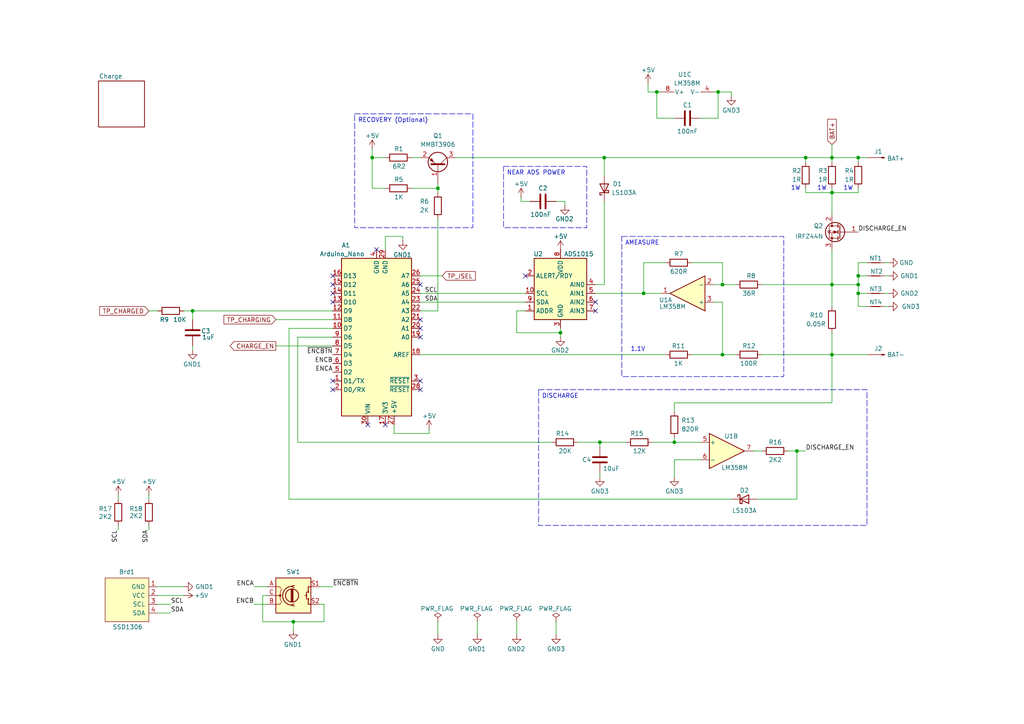
<source format=kicad_sch>
(kicad_sch (version 20250114) (generator "eeschema") (generator_version "9.0")
  (paper "A4")
  (title_block (title "Lithium battery doctor") (date "2024-10-10") (rev "1") (comment 1 "Modified by GMagician") (comment 2 "Original project by Akos Boda"))
  (lib_symbols
    (symbol "+5V_2" (power) (pin_numbers (hide yes)) (pin_names (offset 0) (hide yes))
      (property "Value" "+5V" (at 0 3.556 0))
      (symbol "+5V_2_0_1"
        (polyline (pts (xy -0.762 1.27) (xy 0 2.54)))
        (polyline (pts (xy 0 2.54) (xy 0.762 1.27)))
        (polyline (pts (xy 0 0) (xy 0 2.54)))
      )
      (symbol "+5V_2_1_1"
        (pin power_in line (at 0 0 90) (length 0) (name "~") (number "1"))
      )
    )
    (symbol "+5V_3" (power) (pin_numbers (hide yes)) (pin_names (offset 0) (hide yes))
      (property "Value" "+5V" (at 0 3.556 0))
      (symbol "+5V_3_0_1"
        (polyline (pts (xy -0.762 1.27) (xy 0 2.54)))
        (polyline (pts (xy 0 2.54) (xy 0.762 1.27)))
        (polyline (pts (xy 0 0) (xy 0 2.54)))
      )
      (symbol "+5V_3_1_1"
        (pin power_in line (at 0 0 90) (length 0) (name "~") (number "1"))
      )
    )
    (symbol "+5V_4" (power) (pin_numbers (hide yes)) (pin_names (offset 0) (hide yes))
      (property "Value" "+5V" (at 0 3.556 0))
      (symbol "+5V_4_0_1"
        (polyline (pts (xy -0.762 1.27) (xy 0 2.54)))
        (polyline (pts (xy 0 2.54) (xy 0.762 1.27)))
        (polyline (pts (xy 0 0) (xy 0 2.54)))
      )
      (symbol "+5V_4_1_1"
        (pin power_in line (at 0 0 90) (length 0) (name "~") (number "1"))
      )
    )
    (symbol "+5V_5" (power) (pin_numbers (hide yes)) (pin_names (offset 0) (hide yes))
      (property "Value" "+5V" (at 0 3.556 0))
      (symbol "+5V_5_0_1"
        (polyline (pts (xy -0.762 1.27) (xy 0 2.54)))
        (polyline (pts (xy 0 2.54) (xy 0.762 1.27)))
        (polyline (pts (xy 0 0) (xy 0 2.54)))
      )
      (symbol "+5V_5_1_1"
        (pin power_in line (at 0 0 90) (length 0) (name "~") (number "1"))
      )
    )
    (symbol "+5V_6" (power) (pin_numbers (hide yes)) (pin_names (offset 0) (hide yes))
      (property "Value" "+5V" (at 0 3.556 0))
      (symbol "+5V_6_0_1"
        (polyline (pts (xy -0.762 1.27) (xy 0 2.54)))
        (polyline (pts (xy 0 2.54) (xy 0.762 1.27)))
        (polyline (pts (xy 0 0) (xy 0 2.54)))
      )
      (symbol "+5V_6_1_1"
        (pin power_in line (at 0 0 90) (length 0) (name "~") (number "1"))
      )
    )
    (symbol "Amplifier_Operational:LM358" (pin_names (offset 0.127))
      (property "Reference" "U" (at 0 5.08 0))
      (property "Value" "LM358" (at 0 -5.08 0))
      (symbol "LM358_1_1"
        (polyline (pts (xy -5.08 5.08) (xy 5.08 0) (xy -5.08 -5.08) (xy -5.08 5.08)) (stroke (width 0.254)) (fill (type background)))
        (pin input line (at -7.62 2.54 0) (length 2.54) (name "+") (number "3"))
        (pin input line (at -7.62 -2.54 0) (length 2.54) (name "-") (number "2"))
        (pin output line (at 7.62 0 180) (length 2.54) (name "~") (number "1"))
      )
      (symbol "LM358_2_1"
        (polyline (pts (xy -5.08 5.08) (xy 5.08 0) (xy -5.08 -5.08) (xy -5.08 5.08)) (stroke (width 0.254)) (fill (type background)))
        (pin input line (at -7.62 2.54 0) (length 2.54) (name "+") (number "5"))
        (pin input line (at -7.62 -2.54 0) (length 2.54) (name "-") (number "6"))
        (pin output line (at 7.62 0 180) (length 2.54) (name "~") (number "7"))
      )
      (symbol "LM358_3_1"
        (pin power_in line (at -2.54 7.62 270) (length 3.81) (name "V+") (number "8"))
        (pin power_in line (at -2.54 -7.62 90) (length 3.81) (name "V-") (number "4"))
      )
    )
    (symbol "Analog_ADC:ADS1015IDGS"
      (property "Reference" "U" (at 2.54 13.97 0))
      (property "Value" "ADS1015IDGS" (at 7.62 11.43 0))
      (symbol "ADS1015IDGS_0_1"
        (rectangle (start -7.62 10.16) (end 7.62 -7.62) (stroke (width 0.254)) (fill (type background)))
      )
      (symbol "ADS1015IDGS_1_1"
        (pin input line (at -10.16 2.54 0) (length 2.54) (name "AIN0") (number "4"))
        (pin input line (at -10.16 0 0) (length 2.54) (name "AIN1") (number "5"))
        (pin input line (at -10.16 -2.54 0) (length 2.54) (name "AIN2") (number "6"))
        (pin input line (at -10.16 -5.08 0) (length 2.54) (name "AIN3") (number "7"))
        (pin power_in line (at 0 12.7 270) (length 2.54) (name "VDD") (number "8"))
        (pin power_in line (at 0 -10.16 90) (length 2.54) (name "GND") (number "3"))
        (pin output line (at 10.16 5.08 180) (length 2.54) (name "ALERT/RDY") (number "2"))
        (pin input line (at 10.16 0 180) (length 2.54) (name "SCL") (number "10"))
        (pin bidirectional line (at 10.16 -2.54 180) (length 2.54) (name "SDA") (number "9"))
        (pin input line (at 10.16 -5.08 180) (length 2.54) (name "ADDR") (number "1"))
      )
    )
    (symbol "Conn_01x01_Pin_1" (pin_numbers (hide yes)) (pin_names (offset 1.016) (hide yes))
      (property "Reference" "J" (at 0 2.54 0))
      (property "Value" "Conn_01x01_Pin" (at 0 -2.54 0))
      (symbol "Conn_01x01_Pin_1_1_1"
        (rectangle (start 0.8636 0.127) (end 0 -0.127) (stroke (width 0.1524)) (fill (type outline)))
        (polyline (pts (xy 1.27 0) (xy 0.8636 0)) (stroke (width 0.1524)))
        (pin passive line (at 5.08 0 180) (length 3.81) (name "Pin_1") (number "1"))
      )
    )
    (symbol "Connector:Conn_01x01_Pin" (pin_numbers (hide yes)) (pin_names (offset 1.016) (hide yes))
      (property "Reference" "J" (at 0 2.54 0))
      (property "Value" "Conn_01x01_Pin" (at 0 -2.54 0))
      (symbol "Conn_01x01_Pin_1_1"
        (rectangle (start 0.8636 0.127) (end 0 -0.127) (stroke (width 0.1524)) (fill (type outline)))
        (polyline (pts (xy 1.27 0) (xy 0.8636 0)) (stroke (width 0.1524)))
        (pin passive line (at 5.08 0 180) (length 3.81) (name "Pin_1") (number "1"))
      )
    )
    (symbol "Device:C" (pin_numbers (hide yes)) (pin_names (offset 0.254))
      (property "Reference" "C" (at 0.635 2.54 0))
      (property "Value" "C" (at 0.635 -2.54 0))
      (symbol "C_0_1"
        (polyline (pts (xy -2.032 0.762) (xy 2.032 0.762)) (stroke (width 0.508)))
        (polyline (pts (xy -2.032 -0.762) (xy 2.032 -0.762)) (stroke (width 0.508)))
      )
      (symbol "C_1_1"
        (pin passive line (at 0 3.81 270) (length 2.794) (name "~") (number "1"))
        (pin passive line (at 0 -3.81 90) (length 2.794) (name "~") (number "2"))
      )
    )
    (symbol "Device:NetTie_2" (pin_numbers (hide yes)) (pin_names (offset 0) (hide yes)) (in_bom no)
      (property "Reference" "NT" (at 0 1.27 0))
      (property "Value" "NetTie_2" (at 0 -1.27 0))
      (symbol "NetTie_2_0_1"
        (polyline (pts (xy -1.27 0) (xy 1.27 0)) (stroke (width 0.254)))
      )
      (symbol "NetTie_2_1_1"
        (pin passive line (at -2.54 0 0) (length 2.54) (name "1") (number "1"))
        (pin passive line (at 2.54 0 180) (length 2.54) (name "2") (number "2"))
      )
    )
    (symbol "Device:R" (pin_numbers (hide yes)) (pin_names (offset 0))
      (property "Reference" "R" (at 2.032 0 90))
      (property "Value" "R" (at 0 0 90))
      (symbol "R_0_1"
        (rectangle (start -1.016 -2.54) (end 1.016 2.54) (stroke (width 0.254)))
      )
      (symbol "R_1_1"
        (pin passive line (at 0 3.81 270) (length 1.27) (name "~") (number "1"))
        (pin passive line (at 0 -3.81 90) (length 1.27) (name "~") (number "2"))
      )
    )
    (symbol "Device:RotaryEncoder_Switch" (pin_names (offset 0.254) (hide yes))
      (property "Reference" "SW" (at 0 6.604 0))
      (property "Value" "RotaryEncoder_Switch" (at 0 -6.604 0))
      (symbol "RotaryEncoder_Switch_0_1"
        (rectangle (start -5.08 5.08) (end 5.08 -5.08) (stroke (width 0.254)) (fill (type background)))
        (polyline (pts (xy -5.08 2.54) (xy -3.81 2.54) (xy -3.81 2.032)))
        (polyline (pts (xy -5.08 0) (xy -3.81 0) (xy -3.81 -1.016) (xy -3.302 -2.032)))
        (polyline (pts (xy -5.08 -2.54) (xy -3.81 -2.54) (xy -3.81 -2.032)))
        (polyline (pts (xy -4.318 0) (xy -3.81 0) (xy -3.81 1.016) (xy -3.302 2.032)))
        (circle (center -3.81 0) (radius 0.254) (fill (type outline)))
        (polyline (pts (xy -0.635 -1.778) (xy -0.635 1.778)) (stroke (width 0.254)))
        (circle (center -0.381 0) (radius 1.905) (stroke (width 0.254)))
        (polyline (pts (xy -0.381 -1.778) (xy -0.381 1.778)) (stroke (width 0.254)))
        (arc (start -0.381 -2.794) (mid -3.0988 -0.0635) (end -0.381 2.667) (stroke (width 0.254)))
        (polyline (pts (xy -0.127 1.778) (xy -0.127 -1.778)) (stroke (width 0.254)))
        (polyline (pts (xy 0.254 2.921) (xy -0.508 2.667) (xy 0.127 2.286)) (stroke (width 0.254)))
        (polyline (pts (xy 0.254 -3.048) (xy -0.508 -2.794) (xy 0.127 -2.413)) (stroke (width 0.254)))
        (polyline (pts (xy 3.81 1.016) (xy 3.81 -1.016)) (stroke (width 0.254)))
        (polyline (pts (xy 3.81 0) (xy 3.429 0)) (stroke (width 0.254)))
        (circle (center 4.318 1.016) (radius 0.127) (stroke (width 0.254)))
        (circle (center 4.318 -1.016) (radius 0.127) (stroke (width 0.254)))
        (polyline (pts (xy 5.08 2.54) (xy 4.318 2.54) (xy 4.318 1.016)) (stroke (width 0.254)))
        (polyline (pts (xy 5.08 -2.54) (xy 4.318 -2.54) (xy 4.318 -1.016)) (stroke (width 0.254)))
      )
      (symbol "RotaryEncoder_Switch_1_1"
        (pin passive line (at -7.62 2.54 0) (length 2.54) (name "A") (number "A"))
        (pin passive line (at -7.62 0 0) (length 2.54) (name "C") (number "C"))
        (pin passive line (at -7.62 -2.54 0) (length 2.54) (name "B") (number "B"))
        (pin passive line (at 7.62 2.54 180) (length 2.54) (name "S1") (number "S1"))
        (pin passive line (at 7.62 -2.54 180) (length 2.54) (name "S2") (number "S2"))
      )
    )
    (symbol "Diode_C:LS103A" (pin_numbers (hide yes)) (pin_names (offset 1.016) (hide yes))
      (property "Reference" "D" (at 0 2.794 0))
      (property "Value" "LS103A" (at 0 -2.794 0))
      (symbol "LS103A_0_1"
        (polyline (pts (xy -1.905 0.635) (xy -1.905 1.27) (xy -1.27 1.27) (xy -1.27 -1.27) (xy -0.635 -1.27) (xy -0.635 -0.635)) (stroke (width 0.254)))
        (polyline (pts (xy 1.27 1.27) (xy 1.27 -1.27) (xy -1.27 0) (xy 1.27 1.27)) (stroke (width 0.254)))
        (polyline (pts (xy 1.27 0) (xy -1.27 0)))
      )
      (symbol "LS103A_1_1"
        (pin passive line (at -3.81 0 0) (length 2.54) (name "K") (number "1"))
        (pin passive line (at 3.81 0 180) (length 2.54) (name "A") (number "2"))
      )
    )
    (symbol "Display_C:SSD1306_OLED_DISPLAY_0.96" (pin_names (offset 1.016))
      (property "Reference" "Brd" (at 0 -3.81 0))
      (property "Value" "SSD1306" (at 0 -1.27 0))
      (symbol "SSD1306_OLED_DISPLAY_0.96_0_1"
        (rectangle (start -6.35 6.35) (end 6.35 -6.35) (fill (type background)))
      )
      (symbol "SSD1306_OLED_DISPLAY_0.96_1_1"
        (pin input line (at -3.81 8.89 270) (length 2.54) (name "GND") (number "1"))
        (pin input line (at -1.27 8.89 270) (length 2.54) (name "VCC") (number "2"))
        (pin input line (at 1.27 8.89 270) (length 2.54) (name "SCL") (number "3"))
        (pin input line (at 3.81 8.89 270) (length 2.54) (name "SDA") (number "4"))
      )
    )
    (symbol "MCU_Module:Arduino_Nano_v3.x"
      (property "Reference" "A" (at -10.16 23.495 0))
      (property "Value" "Arduino_Nano_v3.x" (at 5.08 -24.13 0))
      (symbol "Arduino_Nano_v3.x_0_1"
        (rectangle (start -10.16 22.86) (end 10.16 -22.86) (stroke (width 0.254)) (fill (type background)))
      )
      (symbol "Arduino_Nano_v3.x_1_1"
        (pin bidirectional line (at -12.7 15.24 0) (length 2.54) (name "D0/RX") (number "2"))
        (pin bidirectional line (at -12.7 12.7 0) (length 2.54) (name "D1/TX") (number "1"))
        (pin bidirectional line (at -12.7 10.16 0) (length 2.54) (name "D2") (number "5"))
        (pin bidirectional line (at -12.7 7.62 0) (length 2.54) (name "D3") (number "6"))
        (pin bidirectional line (at -12.7 5.08 0) (length 2.54) (name "D4") (number "7"))
        (pin bidirectional line (at -12.7 2.54 0) (length 2.54) (name "D5") (number "8"))
        (pin bidirectional line (at -12.7 0 0) (length 2.54) (name "D6") (number "9"))
        (pin bidirectional line (at -12.7 -2.54 0) (length 2.54) (name "D7") (number "10"))
        (pin bidirectional line (at -12.7 -5.08 0) (length 2.54) (name "D8") (number "11"))
        (pin bidirectional line (at -12.7 -7.62 0) (length 2.54) (name "D9") (number "12"))
        (pin bidirectional line (at -12.7 -10.16 0) (length 2.54) (name "D10") (number "13"))
        (pin bidirectional line (at -12.7 -12.7 0) (length 2.54) (name "D11") (number "14"))
        (pin bidirectional line (at -12.7 -15.24 0) (length 2.54) (name "D12") (number "15"))
        (pin bidirectional line (at -12.7 -17.78 0) (length 2.54) (name "D13") (number "16"))
        (pin power_in line (at -2.54 25.4 270) (length 2.54) (name "VIN") (number "30"))
        (pin power_in line (at 0 -25.4 90) (length 2.54) (name "GND") (number "4"))
        (pin power_out line (at 2.54 25.4 270) (length 2.54) (name "3V3") (number "17"))
        (pin power_in line (at 2.54 -25.4 90) (length 2.54) (name "GND") (number "29"))
        (pin power_out line (at 5.08 25.4 270) (length 2.54) (name "+5V") (number "27"))
        (pin input line (at 12.7 15.24 180) (length 2.54) (name "~{RESET}") (number "28"))
        (pin input line (at 12.7 12.7 180) (length 2.54) (name "~{RESET}") (number "3"))
        (pin input line (at 12.7 5.08 180) (length 2.54) (name "AREF") (number "18"))
        (pin bidirectional line (at 12.7 0 180) (length 2.54) (name "A0") (number "19"))
        (pin bidirectional line (at 12.7 -2.54 180) (length 2.54) (name "A1") (number "20"))
        (pin bidirectional line (at 12.7 -5.08 180) (length 2.54) (name "A2") (number "21"))
        (pin bidirectional line (at 12.7 -7.62 180) (length 2.54) (name "A3") (number "22"))
        (pin bidirectional line (at 12.7 -10.16 180) (length 2.54) (name "A4") (number "23"))
        (pin bidirectional line (at 12.7 -12.7 180) (length 2.54) (name "A5") (number "24"))
        (pin bidirectional line (at 12.7 -15.24 180) (length 2.54) (name "A6") (number "25"))
        (pin bidirectional line (at 12.7 -17.78 180) (length 2.54) (name "A7") (number "26"))
      )
    )
    (symbol "Transistor_BJT:MMBT3906" (pin_names (offset 0) (hide yes))
      (property "Reference" "Q" (at 5.08 1.905 0))
      (property "Value" "MMBT3906" (at 5.08 0 0))
      (symbol "MMBT3906_0_1"
        (polyline (pts (xy 0.635 1.905) (xy 0.635 -1.905) (xy 0.635 -1.905)) (stroke (width 0.508)))
        (polyline (pts (xy 0.635 0.635) (xy 2.54 2.54)))
        (polyline (pts (xy 0.635 -0.635) (xy 2.54 -2.54) (xy 2.54 -2.54)))
        (circle (center 1.27 0) (radius 2.8194) (stroke (width 0.254)))
        (polyline (pts (xy 2.286 -1.778) (xy 1.778 -2.286) (xy 1.27 -1.27) (xy 2.286 -1.778) (xy 2.286 -1.778)) (fill (type outline)))
      )
      (symbol "MMBT3906_1_1"
        (pin input line (at -5.08 0 0) (length 5.715) (name "B") (number "1"))
        (pin passive line (at 2.54 5.08 270) (length 2.54) (name "C") (number "3"))
        (pin passive line (at 2.54 -5.08 90) (length 2.54) (name "E") (number "2"))
      )
    )
    (symbol "Transistor_FET_C:IRFZ44N" (pin_names (hide yes))
      (property "Reference" "Q" (at 5.08 1.905 0))
      (property "Value" "IRFZ44N" (at 5.08 0 0))
      (symbol "IRFZ44N_0_1"
        (polyline (pts (xy 0.254 1.905) (xy 0.254 -1.905)) (stroke (width 0.254)))
        (polyline (pts (xy 0.254 0) (xy -2.54 0)))
        (polyline (pts (xy 0.762 2.286) (xy 0.762 1.27)) (stroke (width 0.254)))
        (polyline (pts (xy 0.762 0.508) (xy 0.762 -0.508)) (stroke (width 0.254)))
        (polyline (pts (xy 0.762 -1.27) (xy 0.762 -2.286)) (stroke (width 0.254)))
        (polyline (pts (xy 0.762 -1.778) (xy 3.302 -1.778) (xy 3.302 1.778) (xy 0.762 1.778)))
        (polyline (pts (xy 1.016 0) (xy 2.032 0.381) (xy 2.032 -0.381) (xy 1.016 0)) (fill (type outline)))
        (circle (center 1.651 0) (radius 2.794) (stroke (width 0.254)))
        (polyline (pts (xy 2.54 2.54) (xy 2.54 1.778)))
        (circle (center 2.54 1.778) (radius 0.254) (fill (type outline)))
        (circle (center 2.54 -1.778) (radius 0.254) (fill (type outline)))
        (polyline (pts (xy 2.54 -2.54) (xy 2.54 0) (xy 0.762 0)))
        (polyline (pts (xy 2.794 0.508) (xy 2.921 0.381) (xy 3.683 0.381) (xy 3.81 0.254)))
        (polyline (pts (xy 3.302 0.381) (xy 2.921 -0.254) (xy 3.683 -0.254) (xy 3.302 0.381)))
      )
      (symbol "IRFZ44N_1_1"
        (pin input line (at -5.08 0 0) (length 2.54) (name "G") (number "1"))
        (pin passive line (at 2.54 5.08 270) (length 2.54) (name "D") (number "2"))
        (pin passive line (at 2.54 -5.08 90) (length 2.54) (name "S") (number "3"))
      )
    )
    (symbol "power:+5V" (power) (pin_numbers (hide yes)) (pin_names (offset 0) (hide yes))
      (property "Value" "+5V" (at 0 3.556 0))
      (symbol "+5V_0_1"
        (polyline (pts (xy -0.762 1.27) (xy 0 2.54)))
        (polyline (pts (xy 0 2.54) (xy 0.762 1.27)))
        (polyline (pts (xy 0 0) (xy 0 2.54)))
      )
      (symbol "+5V_1_1"
        (pin power_in line (at 0 0 90) (length 0) (name "~") (number "1"))
      )
    )
    (symbol "power:GND" (power) (pin_numbers (hide yes)) (pin_names (offset 0) (hide yes))
      (property "Value" "GND" (at 0 -3.81 0))
      (symbol "GND_0_1"
        (polyline (pts (xy 0 0) (xy 0 -1.27) (xy 1.27 -1.27) (xy 0 -2.54) (xy -1.27 -1.27) (xy 0 -1.27)))
      )
      (symbol "GND_1_1"
        (pin power_in line (at 0 0 270) (length 0) (name "~") (number "1"))
      )
    )
    (symbol "power:GND1" (power) (pin_numbers (hide yes)) (pin_names (offset 0) (hide yes))
      (property "Value" "GND1" (at 0 -3.81 0))
      (symbol "GND1_0_1"
        (polyline (pts (xy 0 0) (xy 0 -1.27) (xy 1.27 -1.27) (xy 0 -2.54) (xy -1.27 -1.27) (xy 0 -1.27)))
      )
      (symbol "GND1_1_1"
        (pin power_in line (at 0 0 270) (length 0) (name "~") (number "1"))
      )
    )
    (symbol "power:GND2" (power) (pin_numbers (hide yes)) (pin_names (offset 0) (hide yes))
      (property "Value" "GND2" (at 0 -3.81 0))
      (symbol "GND2_0_1"
        (polyline (pts (xy 0 0) (xy 0 -1.27) (xy 1.27 -1.27) (xy 0 -2.54) (xy -1.27 -1.27) (xy 0 -1.27)))
      )
      (symbol "GND2_1_1"
        (pin power_in line (at 0 0 270) (length 0) (name "~") (number "1"))
      )
    )
    (symbol "power:GND3" (power) (pin_numbers (hide yes)) (pin_names (offset 0) (hide yes))
      (property "Value" "GND3" (at 0 -3.81 0))
      (symbol "GND3_0_1"
        (polyline (pts (xy 0 0) (xy 0 -1.27) (xy 1.27 -1.27) (xy 0 -2.54) (xy -1.27 -1.27) (xy 0 -1.27)))
      )
      (symbol "GND3_1_1"
        (pin power_in line (at 0 0 270) (length 0) (name "~") (number "1"))
      )
    )
    (symbol "power:PWR_FLAG" (power) (pin_numbers (hide yes)) (pin_names (offset 0) (hide yes))
      (property "Value" "PWR_FLAG" (at 0 3.81 0))
      (symbol "PWR_FLAG_0_0"
        (pin power_out line (at 0 0 90) (length 0) (name "~") (number "1"))
      )
      (symbol "PWR_FLAG_0_1"
        (polyline (pts (xy 0 0) (xy 0 1.27) (xy -1.016 1.905) (xy 0 2.54) (xy 1.016 1.905) (xy 0 1.27)))
      )
    )
  )
  (text "1W" (at 229.362 55.372 0) (effects (font (size 1.27 1.27)) (justify left bottom)))
  (text "1W" (at 236.982 55.372 0) (effects (font (size 1.27 1.27)) (justify left bottom)))
  (text "1W" (at 244.602 55.372 0) (effects (font (size 1.27 1.27)) (justify left bottom)))
  (text "1.1V" (at 182.88 102.108 0) (effects (font (size 1.27 1.27)) (justify left bottom)))
  (text_box "DISCHARGE" (at 156.21 113.03 0) (size 95.25 39.37) (margins 0.9525 0.9525 0.9525 0.9525) (stroke (width 0) (type dash)) (effects (font (size 1.27 1.27)) (justify left top)))
  (text_box "RECOVERY (Optional)" (at 102.87 33.02 0) (size 34.29 33.02) (margins 0.9525 0.9525 0.9525 0.9525) (stroke (width 0) (type dash)) (effects (font (size 1.27 1.27)) (justify left top)))
  (text_box "NEAR ADS POWER" (at 146.05 48.26 0) (size 24.13 17.78) (margins 0.9525 0.9525 0.9525 0.9525) (stroke (width 0) (type dash)) (effects (font (size 1.27 1.27)) (justify left top)))
  (text_box "AMEASURE" (at 180.34 68.58 0) (size 46.99 40.64) (margins 0.9525 0.9525 0.9525 0.9525) (stroke (width 0) (type dash)) (effects (font (size 1.27 1.27)) (justify left top)))
  (junction (at 248.92 85.09))
  (junction (at 195.58 128.27))
  (junction (at 127 54.61))
  (junction (at 241.3 45.72))
  (junction (at 85.09 180.34))
  (junction (at 186.69 85.09))
  (junction (at 175.26 45.72))
  (junction (at 162.56 96.52))
  (junction (at 248.92 80.01))
  (junction (at 209.55 102.87))
  (junction (at 190.5 26.67))
  (junction (at 241.3 82.55))
  (junction (at 55.88 90.17))
  (junction (at 208.28 26.67))
  (junction (at 248.92 82.55))
  (junction (at 248.92 45.72))
  (junction (at 241.3 55.88))
  (junction (at 233.68 45.72))
  (junction (at 173.99 128.27))
  (junction (at 107.95 45.72))
  (junction (at 209.55 82.55))
  (junction (at 241.3 102.87))
  (junction (at 231.14 130.81))
  (no_connect (at 121.92 97.79))
  (no_connect (at 172.72 90.17))
  (no_connect (at 111.76 123.19))
  (no_connect (at 121.92 113.03))
  (no_connect (at 106.68 123.19))
  (no_connect (at 121.92 82.55))
  (no_connect (at 96.52 80.01))
  (no_connect (at 121.92 95.25))
  (no_connect (at 96.52 110.49))
  (no_connect (at 172.72 87.63))
  (no_connect (at 96.52 85.09))
  (no_connect (at 121.92 92.71))
  (no_connect (at 96.52 82.55))
  (no_connect (at 96.52 87.63))
  (no_connect (at 96.52 113.03))
  (no_connect (at 121.92 110.49))
  (no_connect (at 109.22 72.39))
  (no_connect (at 152.4 80.01))
  (wire (pts (xy 207.01 82.55) (xy 209.55 82.55)))
  (wire (pts (xy 175.26 50.8) (xy 175.26 45.72)))
  (wire (pts (xy 124.46 125.73) (xy 114.3 125.73)))
  (wire (pts (xy 248.92 80.01) (xy 251.46 80.01)))
  (wire (pts (xy 149.86 96.52) (xy 162.56 96.52)))
  (wire (pts (xy 187.96 24.13) (xy 187.96 26.67)))
  (wire (pts (xy 195.58 128.27) (xy 203.2 128.27)))
  (wire (pts (xy 121.92 90.17) (xy 127 90.17)))
  (wire (pts (xy 121.92 102.87) (xy 193.04 102.87)))
  (wire (pts (xy 149.86 90.17) (xy 149.86 96.52)))
  (wire (pts (xy 127 180.34) (xy 127 184.15)))
  (wire (pts (xy 83.82 95.25) (xy 83.82 144.78)))
  (wire (pts (xy 241.3 45.72) (xy 241.3 46.99)))
  (wire (pts (xy 220.98 102.87) (xy 241.3 102.87)))
  (wire (pts (xy 53.34 90.17) (xy 55.88 90.17)))
  (wire (pts (xy 248.92 88.9) (xy 248.92 85.09)))
  (wire (pts (xy 195.58 119.38) (xy 195.58 116.84)))
  (wire (pts (xy 241.3 102.87) (xy 241.3 116.84)))
  (wire (pts (xy 107.95 43.18) (xy 107.95 45.72)))
  (wire (pts (xy 212.09 26.67) (xy 212.09 27.94)))
  (wire (pts (xy 173.99 128.27) (xy 181.61 128.27)))
  (wire (pts (xy 121.92 87.63) (xy 152.4 87.63)))
  (wire (pts (xy 107.95 45.72) (xy 111.76 45.72)))
  (wire (pts (xy 116.84 69.85) (xy 116.84 68.58)))
  (wire (pts (xy 119.38 45.72) (xy 121.92 45.72)))
  (wire (pts (xy 73.66 170.18) (xy 77.47 170.18)))
  (wire (pts (xy 119.38 54.61) (xy 127 54.61)))
  (wire (pts (xy 124.46 124.46) (xy 124.46 125.73)))
  (wire (pts (xy 187.96 26.67) (xy 190.5 26.67)))
  (wire (pts (xy 233.68 45.72) (xy 241.3 45.72)))
  (wire (pts (xy 85.09 180.34) (xy 85.09 182.88)))
  (wire (pts (xy 55.88 100.33) (xy 55.88 101.6)))
  (wire (pts (xy 186.69 76.2) (xy 186.69 85.09)))
  (wire (pts (xy 190.5 26.67) (xy 190.5 34.29)))
  (wire (pts (xy 121.92 85.09) (xy 152.4 85.09)))
  (wire (pts (xy 127 53.34) (xy 127 54.61)))
  (wire (pts (xy 195.58 133.35) (xy 195.58 138.43)))
  (wire (pts (xy 241.3 41.91) (xy 241.3 45.72)))
  (wire (pts (xy 172.72 82.55) (xy 175.26 82.55)))
  (wire (pts (xy 193.04 76.2) (xy 186.69 76.2)))
  (wire (pts (xy 241.3 82.55) (xy 248.92 82.55)))
  (wire (pts (xy 76.2 180.34) (xy 85.09 180.34)))
  (wire (pts (xy 241.3 96.52) (xy 241.3 102.87)))
  (wire (pts (xy 218.44 130.81) (xy 220.98 130.81)))
  (wire (pts (xy 167.64 128.27) (xy 173.99 128.27)))
  (wire (pts (xy 151.13 57.15) (xy 151.13 58.42)))
  (wire (pts (xy 161.29 180.34) (xy 161.29 184.15)))
  (wire (pts (xy 83.82 144.78) (xy 212.09 144.78)))
  (wire (pts (xy 86.36 97.79) (xy 86.36 128.27)))
  (wire (pts (xy 209.55 87.63) (xy 207.01 87.63)))
  (wire (pts (xy 209.55 82.55) (xy 213.36 82.55)))
  (wire (pts (xy 80.01 100.33) (xy 96.52 100.33)))
  (wire (pts (xy 233.68 54.61) (xy 233.68 55.88)))
  (wire (pts (xy 189.23 128.27) (xy 195.58 128.27)))
  (wire (pts (xy 92.71 175.26) (xy 93.98 175.26)))
  (wire (pts (xy 248.92 80.01) (xy 248.92 82.55)))
  (wire (pts (xy 114.3 125.73) (xy 114.3 123.19)))
  (wire (pts (xy 116.84 68.58) (xy 111.76 68.58)))
  (wire (pts (xy 233.68 55.88) (xy 241.3 55.88)))
  (wire (pts (xy 162.56 95.25) (xy 162.56 96.52)))
  (wire (pts (xy 248.92 76.2) (xy 248.92 80.01)))
  (wire (pts (xy 163.83 58.42) (xy 163.83 59.69)))
  (wire (pts (xy 241.3 45.72) (xy 248.92 45.72)))
  (wire (pts (xy 241.3 72.39) (xy 241.3 82.55)))
  (wire (pts (xy 208.28 26.67) (xy 207.01 26.67)))
  (wire (pts (xy 127 54.61) (xy 127 55.88)))
  (wire (pts (xy 34.29 152.4) (xy 34.29 153.67)))
  (wire (pts (xy 208.28 34.29) (xy 203.2 34.29)))
  (wire (pts (xy 248.92 45.72) (xy 248.92 46.99)))
  (wire (pts (xy 175.26 45.72) (xy 233.68 45.72)))
  (wire (pts (xy 241.3 54.61) (xy 241.3 55.88)))
  (wire (pts (xy 55.88 90.17) (xy 55.88 92.71)))
  (wire (pts (xy 251.46 88.9) (xy 248.92 88.9)))
  (wire (pts (xy 209.55 76.2) (xy 200.66 76.2)))
  (wire (pts (xy 73.66 175.26) (xy 77.47 175.26)))
  (wire (pts (xy 248.92 85.09) (xy 251.46 85.09)))
  (wire (pts (xy 209.55 76.2) (xy 209.55 82.55)))
  (wire (pts (xy 220.98 82.55) (xy 241.3 82.55)))
  (wire (pts (xy 231.14 130.81) (xy 233.68 130.81)))
  (wire (pts (xy 93.98 175.26) (xy 93.98 180.34)))
  (wire (pts (xy 151.13 58.42) (xy 153.67 58.42)))
  (wire (pts (xy 132.08 45.72) (xy 175.26 45.72)))
  (wire (pts (xy 251.46 76.2) (xy 248.92 76.2)))
  (wire (pts (xy 241.3 102.87) (xy 251.46 102.87)))
  (wire (pts (xy 161.29 58.42) (xy 163.83 58.42)))
  (wire (pts (xy 213.36 102.87) (xy 209.55 102.87)))
  (wire (pts (xy 149.86 180.34) (xy 149.86 184.15)))
  (wire (pts (xy 93.98 180.34) (xy 85.09 180.34)))
  (wire (pts (xy 175.26 82.55) (xy 175.26 58.42)))
  (wire (pts (xy 248.92 45.72) (xy 251.46 45.72)))
  (wire (pts (xy 173.99 128.27) (xy 173.99 129.54)))
  (wire (pts (xy 45.72 175.26) (xy 49.53 175.26)))
  (wire (pts (xy 190.5 34.29) (xy 195.58 34.29)))
  (wire (pts (xy 86.36 128.27) (xy 160.02 128.27)))
  (wire (pts (xy 92.71 170.18) (xy 96.52 170.18)))
  (wire (pts (xy 34.29 143.51) (xy 34.29 144.78)))
  (wire (pts (xy 195.58 116.84) (xy 241.3 116.84)))
  (wire (pts (xy 127 63.5) (xy 127 90.17)))
  (wire (pts (xy 241.3 82.55) (xy 241.3 88.9)))
  (wire (pts (xy 228.6 130.81) (xy 231.14 130.81)))
  (wire (pts (xy 45.72 172.72) (xy 53.34 172.72)))
  (wire (pts (xy 83.82 95.25) (xy 96.52 95.25)))
  (wire (pts (xy 200.66 102.87) (xy 209.55 102.87)))
  (wire (pts (xy 241.3 55.88) (xy 248.92 55.88)))
  (wire (pts (xy 111.76 54.61) (xy 107.95 54.61)))
  (wire (pts (xy 107.95 54.61) (xy 107.95 45.72)))
  (wire (pts (xy 43.18 90.17) (xy 45.72 90.17)))
  (wire (pts (xy 209.55 87.63) (xy 209.55 102.87)))
  (wire (pts (xy 80.01 92.71) (xy 96.52 92.71)))
  (wire (pts (xy 203.2 133.35) (xy 195.58 133.35)))
  (wire (pts (xy 173.99 137.16) (xy 173.99 138.43)))
  (wire (pts (xy 162.56 96.52) (xy 162.56 97.79)))
  (wire (pts (xy 45.72 177.8) (xy 49.53 177.8)))
  (wire (pts (xy 219.71 144.78) (xy 231.14 144.78)))
  (wire (pts (xy 86.36 97.79) (xy 96.52 97.79)))
  (wire (pts (xy 186.69 85.09) (xy 191.77 85.09)))
  (wire (pts (xy 43.18 143.51) (xy 43.18 144.78)))
  (wire (pts (xy 256.54 88.9) (xy 257.81 88.9)))
  (wire (pts (xy 121.92 80.01) (xy 128.27 80.01)))
  (wire (pts (xy 256.54 76.2) (xy 257.81 76.2)))
  (wire (pts (xy 248.92 54.61) (xy 248.92 55.88)))
  (wire (pts (xy 77.47 172.72) (xy 76.2 172.72)))
  (wire (pts (xy 208.28 26.67) (xy 208.28 34.29)))
  (wire (pts (xy 43.18 152.4) (xy 43.18 153.67)))
  (wire (pts (xy 256.54 80.01) (xy 257.81 80.01)))
  (wire (pts (xy 256.54 85.09) (xy 257.81 85.09)))
  (wire (pts (xy 241.3 55.88) (xy 241.3 62.23)))
  (wire (pts (xy 208.28 26.67) (xy 212.09 26.67)))
  (wire (pts (xy 111.76 68.58) (xy 111.76 72.39)))
  (wire (pts (xy 138.43 180.34) (xy 138.43 184.15)))
  (wire (pts (xy 172.72 85.09) (xy 186.69 85.09)))
  (wire (pts (xy 248.92 82.55) (xy 248.92 85.09)))
  (wire (pts (xy 233.68 45.72) (xy 233.68 46.99)))
  (wire (pts (xy 55.88 90.17) (xy 96.52 90.17)))
  (wire (pts (xy 195.58 127) (xy 195.58 128.27)))
  (wire (pts (xy 190.5 26.67) (xy 191.77 26.67)))
  (wire (pts (xy 152.4 90.17) (xy 149.86 90.17)))
  (wire (pts (xy 76.2 172.72) (xy 76.2 180.34)))
  (wire (pts (xy 231.14 130.81) (xy 231.14 144.78)))
  (wire (pts (xy 45.72 170.18) (xy 53.34 170.18)))
  (label "SCL" (at 49.53 175.26 0))
  (label "SDA" (at 49.53 177.8 0))
  (label "~{ENCBTN}" (at 96.52 170.18 0))
  (label "ENCA" (at 73.66 170.18 180))
  (label "ENCB" (at 96.52 105.41 180))
  (label "SDA" (at 43.18 153.67 270))
  (label "ENCB" (at 73.66 175.26 180))
  (label "~{ENCBTN}" (at 96.52 102.87 180))
  (label "SCL" (at 123.19 85.09 0))
  (label "SCL" (at 34.29 153.67 270))
  (label "DISCHARGE_EN" (at 233.68 130.81 0))
  (label "DISCHARGE_EN" (at 248.92 67.31 0))
  (label "SDA" (at 123.19 87.63 0))
  (label "ENCA" (at 96.52 107.95 180))
  (global_label "TP_ISEL" (shape input) (at 128.27 80.01 0) (property "Intersheetrefs" "${INTERSHEET_REFS}" (effects (hide yes))))
  (global_label "CHARGE_EN" (shape output) (at 80.01 100.33 180) (property "Intersheetrefs" "${INTERSHEET_REFS}" (effects (hide yes))))
  (global_label "BAT+" (shape input) (at 241.3 41.91 90) (property "Intersheetrefs" "${INTERSHEET_REFS}" (effects (hide yes))))
  (global_label "TP_CHARGED" (shape input) (at 43.18 90.17 180) (property "Intersheetrefs" "${INTERSHEET_REFS}" (effects (hide yes))))
  (global_label "TP_CHARGING" (shape input) (at 80.01 92.71 180) (property "Intersheetrefs" "${INTERSHEET_REFS}" (effects (hide yes))))
  (symbol (lib_id "Device:R") (at 196.85 76.2 90) (unit 1)
    (property "Reference" "R7" (at 196.85 73.66 90))
    (property "Value" "620R" (at 196.85 78.74 90))
    (property "Footprint" "Resistor_SMD:R_0805_2012Metric_Pad1.20x1.40mm_HandSolder" (effects (hide yes)))
  )
  (symbol (lib_id "Device:R") (at 195.58 123.19 180) (unit 1)
    (property "Reference" "R13" (at 197.612 121.92 0) (effects (justify right)))
    (property "Value" "820R" (at 197.612 124.46 0) (effects (justify right)))
    (property "Footprint" "Resistor_SMD:R_0805_2012Metric_Pad1.20x1.40mm_HandSolder" (effects (hide yes)))
  )
  (symbol (lib_id "Diode_C:LS103A") (at 175.26 54.61 90) (unit 1)
    (property "Reference" "D1" (at 179.07 53.34 90))
    (property "Value" "LS103A" (at 180.975 55.88 90))
    (property "Footprint" "Diode_SMD_C:D_SOD-80" (effects (hide yes)))
    (property "Datasheet" "https://www.vishay.com/docs/85631/ls103a.pdf" (effects (hide yes)))
    (property "Sim.Device" "D" (effects (hide yes)))
    (property "Sim.Pins" "1=A 2=K" (effects (hide yes)))
  )
  (symbol (lib_id "power:GND1") (at 55.88 101.6 0) (unit 1)
    (property "Reference" "#PWR013" (effects (hide yes)))
    (property "Value" "GND1" (at 58.42 105.664 0) (effects (justify right)))
    (property "Description" "Power symbol creates a global label with name \"GND1\" , ground" (effects (hide yes)))
  )
  (symbol (lib_id "Device:R") (at 115.57 45.72 90) (unit 1)
    (property "Reference" "R1" (at 114.3 43.18 90) (effects (justify right)))
    (property "Value" "6R2" (at 113.792 48.26 90) (effects (justify right)))
    (property "Footprint" "Resistor_SMD:R_0805_2012Metric_Pad1.20x1.40mm_HandSolder" (effects (hide yes)))
  )
  (symbol (lib_id "Amplifier_Operational:LM358") (at 199.39 85.09 180) (unit 1)
    (property "Reference" "U1" (at 193.04 86.995 0))
    (property "Value" "LM358M" (at 195.072 88.9 0))
    (property "Footprint" "Package_SO:SOP-8_3.9x4.9mm_P1.27mm" (effects (hide yes)))
    (property "Datasheet" "http://www.ti.com/lit/ds/symlink/lm2904-n.pdf" (effects (hide yes)))
    (property "Sim.Library" "models\\LM358.lib" (effects (hide yes)))
    (property "Sim.Name" "LM358" (effects (hide yes)))
    (property "Sim.Device" "SUBCKT" (effects (hide yes)))
    (property "Sim.Pins" "1=1 2=2 3=3 4=4 5=5" (effects (hide yes)))
  )
  (symbol (lib_id "Device:R") (at 217.17 82.55 270) (unit 1)
    (property "Reference" "R8" (at 219.202 80.01 90) (effects (justify right)))
    (property "Value" "36R" (at 219.202 85.09 90) (effects (justify right)))
    (property "Footprint" "Resistor_SMD:R_0805_2012Metric_Pad1.20x1.40mm_HandSolder" (effects (hide yes)))
  )
  (symbol (lib_id "Device:R") (at 241.3 92.71 0) (unit 1)
    (property "Reference" "R10" (at 238.76 91.44 0) (effects (justify right)))
    (property "Value" "0.05R" (at 239.522 93.98 0) (effects (justify right)))
    (property "Footprint" "Resistor_THT_C:R_Bare_Metal_Element_L18mm_W2.5mm_P15mm" (effects (hide yes)))
  )
  (symbol (lib_id "Device:NetTie_2") (at 254 88.9 180) (unit 1) (in_bom no)
    (property "Reference" "NT4" (at 254 87.63 0))
    (property "Value" "NetTie_2" (effects (hide yes)))
    (property "Footprint" "NetTie:NetTie-2_SMD_Pad0.5mm" (effects (hide yes)))
    (property "Sim.Device" "R" (effects (hide yes)))
    (property "Sim.Pins" "1=+ 2=-" (effects (hide yes)))
    (property "Sim.Params" "r=0" (effects (hide yes)))
  )
  (symbol (lib_id "power:GND1") (at 85.09 182.88 0) (unit 1)
    (property "Reference" "#PWR021" (effects (hide yes)))
    (property "Value" "GND1" (at 87.63 186.944 0) (effects (justify right)))
    (property "Description" "Power symbol creates a global label with name \"GND1\" , ground" (effects (hide yes)))
  )
  (symbol (lib_id "Device:C") (at 157.48 58.42 90) (unit 1)
    (property "Reference" "C2" (at 157.48 54.61 90))
    (property "Value" "100nF" (at 156.845 62.23 90))
    (property "Footprint" "Capacitor_SMD:C_0805_2012Metric_Pad1.18x1.45mm_HandSolder" (effects (hide yes)))
  )
  (symbol (lib_id "power:PWR_FLAG") (at 161.29 180.34 0) (unit 1)
    (property "Reference" "#FLG04" (effects (hide yes)))
    (property "Value" "PWR_FLAG" (at 161.036 176.53 0))
    (property "Description" "Special symbol for telling ERC where power comes from" (effects (hide yes)))
  )
  (symbol (lib_name "+5V_6") (lib_id "power:+5V") (at 53.34 172.72 270) (unit 1)
    (property "Reference" "#PWR020" (effects (hide yes)))
    (property "Value" "+5V" (at 58.42 172.72 90))
    (property "Description" "Power symbol creates a global label with name \"+5V\"" (effects (hide yes)))
  )
  (symbol (lib_id "Device:R") (at 34.29 148.59 0) (unit 1)
    (property "Reference" "R17" (at 32.512 147.574 0) (effects (justify right)))
    (property "Value" "2K2" (at 32.512 149.86 0) (effects (justify right)))
    (property "Footprint" "Resistor_SMD:R_0805_2012Metric_Pad1.20x1.40mm_HandSolder" (effects (hide yes)))
  )
  (symbol (lib_id "Transistor_BJT:MMBT3906") (at 127 48.26 270) (mirror x) (unit 1)
    (property "Reference" "Q1" (at 127 39.37 90))
    (property "Value" "MMBT3906" (at 127 41.91 90))
    (property "Footprint" "Package_TO_SOT_SMD:SOT-23" (effects (hide yes)))
    (property "Datasheet" "https://www.onsemi.com/pdf/datasheet/pzt3906-d.pdf" (effects (hide yes)))
    (property "Sim.Library" "models\\BJT.lib" (effects (hide yes)))
    (property "Sim.Name" "MMBT3906" (effects (hide yes)))
    (property "Sim.Device" "PNP" (effects (hide yes)))
    (property "Sim.Type" "GUMMELPOON" (effects (hide yes)))
    (property "Sim.Pins" "1=C 2=B 3=E" (effects (hide yes)))
    (property "Sim.Params" "is=68489.6a ise=552481a" (effects (hide yes)))
  )
  (symbol (lib_id "Device:RotaryEncoder_Switch") (at 85.09 172.72 0) (unit 1) (exclude_from_sim yes)
    (property "Reference" "SW1" (at 85.09 165.862 0))
    (property "Value" "RotaryEncoder_Switch" (effects (hide yes)))
    (property "Footprint" "Rotary_Encoder_C:RotaryEncoder-Switch_Vertical_H15mm" (effects (hide yes)))
  )
  (symbol (lib_id "power:+5V") (at 107.95 43.18 0) (unit 1)
    (property "Reference" "#PWR03" (effects (hide yes)))
    (property "Value" "+5V" (at 107.95 39.37 0))
    (property "Description" "Power symbol creates a global label with name \"+5V\"" (effects (hide yes)))
  )
  (symbol (lib_name "+5V_5") (lib_id "power:+5V") (at 124.46 124.46 0) (unit 1)
    (property "Reference" "#PWR014" (effects (hide yes)))
    (property "Value" "+5V" (at 124.46 120.65 0))
    (property "Description" "Power symbol creates a global label with name \"+5V\"" (effects (hide yes)))
  )
  (symbol (lib_id "power:GND3") (at 212.09 27.94 0) (unit 1)
    (property "Reference" "#PWR02" (effects (hide yes)))
    (property "Value" "GND3" (at 212.09 32.004 0))
    (property "Description" "Power symbol creates a global label with name \"GND3\" , ground" (effects (hide yes)))
  )
  (symbol (lib_id "power:GND2") (at 163.83 59.69 0) (unit 1)
    (property "Reference" "#PWR05" (effects (hide yes)))
    (property "Value" "GND2" (at 166.37 63.5 0) (effects (justify right)))
    (property "Description" "Power symbol creates a global label with name \"GND2\" , ground" (effects (hide yes)))
  )
  (symbol (lib_id "MCU_Module:Arduino_Nano_v3.x") (at 109.22 97.79 0) (mirror x) (unit 1) (exclude_from_sim yes)
    (property "Reference" "A1" (at 99.06 71.12 0) (effects (justify left)))
    (property "Value" "Arduino_Nano" (at 92.71 73.66 0) (effects (justify left)))
    (property "Footprint" "Module:Arduino_Nano" (effects (hide yes)))
    (property "Datasheet" "http://www.mouser.com/pdfdocs/Gravitech_Arduino_Nano3_0.pdf" (effects (hide yes)))
  )
  (symbol (lib_id "Diode_C:LS103A") (at 215.9 144.78 0) (unit 1)
    (property "Reference" "D2" (at 215.9 142.24 0))
    (property "Value" "LS103A" (at 215.9 148.082 0))
    (property "Footprint" "Diode_SMD_C:D_SOD-80" (effects (hide yes)))
    (property "Datasheet" "https://www.vishay.com/docs/85631/ls103a.pdf" (effects (hide yes)))
    (property "Sim.Device" "D" (effects (hide yes)))
    (property "Sim.Pins" "1=A 2=K" (effects (hide yes)))
  )
  (symbol (lib_id "Device:C") (at 55.88 96.52 180) (unit 1)
    (property "Reference" "C3" (at 59.69 96.012 0))
    (property "Value" "1uF" (at 60.452 97.79 0))
    (property "Footprint" "Capacitor_SMD:C_0805_2012Metric_Pad1.18x1.45mm_HandSolder" (effects (hide yes)))
  )
  (symbol (lib_id "Device:C") (at 199.39 34.29 90) (unit 1)
    (property "Reference" "C1" (at 199.39 30.48 90))
    (property "Value" "100nF" (at 199.39 38.1 90))
    (property "Footprint" "Capacitor_SMD:C_0805_2012Metric_Pad1.18x1.45mm_HandSolder" (effects (hide yes)))
  )
  (symbol (lib_name "+5V_3") (lib_id "power:+5V") (at 162.56 72.39 0) (unit 1)
    (property "Reference" "#PWR07" (effects (hide yes)))
    (property "Value" "+5V" (at 162.56 68.58 0))
    (property "Description" "Power symbol creates a global label with name \"+5V\"" (effects (hide yes)))
  )
  (symbol (lib_id "power:GND2") (at 149.86 184.15 0) (unit 1)
    (property "Reference" "#PWR024" (effects (hide yes)))
    (property "Value" "GND2" (at 152.4 188.214 0) (effects (justify right)))
    (property "Description" "Power symbol creates a global label with name \"GND2\" , ground" (effects (hide yes)))
  )
  (symbol (lib_id "power:GND1") (at 116.84 69.85 0) (unit 1)
    (property "Reference" "#PWR06" (effects (hide yes)))
    (property "Value" "GND1" (at 119.38 73.914 0) (effects (justify right)))
    (property "Description" "Power symbol creates a global label with name \"GND1\" , ground" (effects (hide yes)))
  )
  (symbol (lib_id "Analog_ADC:ADS1015IDGS") (at 162.56 85.09 0) (mirror y) (unit 1) (exclude_from_sim yes)
    (property "Reference" "U2" (at 157.48 73.66 0) (effects (justify left)))
    (property "Value" "ADS1015" (at 172.212 73.66 0) (effects (justify left)))
    (property "Footprint" "Package_SO:TSSOP-10_3x3mm_P0.5mm" (effects (hide yes)))
    (property "Datasheet" "http://www.ti.com/lit/ds/symlink/ads1015.pdf" (effects (hide yes)))
  )
  (symbol (lib_id "Device:R") (at 217.17 102.87 270) (unit 1)
    (property "Reference" "R12" (at 219.202 100.33 90) (effects (justify right)))
    (property "Value" "100R" (at 219.71 105.41 90) (effects (justify right)))
    (property "Footprint" "Resistor_SMD:R_0805_2012Metric_Pad1.20x1.40mm_HandSolder" (effects (hide yes)))
  )
  (symbol (lib_id "power:GND3") (at 195.58 138.43 0) (unit 1)
    (property "Reference" "#PWR016" (effects (hide yes)))
    (property "Value" "GND3" (at 195.58 142.494 0))
    (property "Description" "Power symbol creates a global label with name \"GND3\" , ground" (effects (hide yes)))
  )
  (symbol (lib_id "Device:NetTie_2") (at 254 76.2 180) (unit 1) (in_bom no)
    (property "Reference" "NT1" (at 254 74.93 0))
    (property "Value" "NetTie_2" (effects (hide yes)))
    (property "Footprint" "NetTie:NetTie-2_SMD_Pad2.0mm" (effects (hide yes)))
    (property "Sim.Device" "R" (effects (hide yes)))
    (property "Sim.Pins" "1=+ 2=-" (effects (hide yes)))
    (property "Sim.Params" "r=0" (effects (hide yes)))
  )
  (symbol (lib_id "Transistor_FET_C:IRFZ44N") (at 243.84 67.31 0) (mirror y) (unit 1)
    (property "Reference" "Q2" (at 238.76 65.532 0) (effects (justify left)))
    (property "Value" "IRFZ44N" (at 238.76 68.58 0) (effects (justify left)))
    (property "Footprint" "Package_TO_SOT_THT:TO-220-3_Vertical" (effects (hide yes)))
    (property "Datasheet" "http://www.irf.com/product-info/datasheets/data/irfz44n.pdf" (effects (hide yes)))
    (property "Sim.Library" "models\\IR.LIB" (effects (hide yes)))
    (property "Sim.Name" "IRFZ44N" (effects (hide yes)))
    (property "Sim.Device" "SUBCKT" (effects (hide yes)))
    (property "Sim.Pins" "1=1 2=2 3=3" (effects (hide yes)))
  )
  (symbol (lib_id "Device:NetTie_2") (at 254 85.09 180) (unit 1) (in_bom no)
    (property "Reference" "NT3" (at 254 83.82 0))
    (property "Value" "NetTie_2" (effects (hide yes)))
    (property "Footprint" "NetTie:NetTie-2_SMD_Pad0.5mm" (effects (hide yes)))
    (property "Sim.Device" "R" (effects (hide yes)))
    (property "Sim.Pins" "1=+ 2=-" (effects (hide yes)))
    (property "Sim.Params" "r=0" (effects (hide yes)))
  )
  (symbol (lib_id "power:GND3") (at 161.29 184.15 0) (unit 1)
    (property "Reference" "#PWR025" (effects (hide yes)))
    (property "Value" "GND3" (at 161.29 188.214 0))
    (property "Description" "Power symbol creates a global label with name \"GND3\" , ground" (effects (hide yes)))
  )
  (symbol (lib_id "power:GND1") (at 53.34 170.18 90) (unit 1)
    (property "Reference" "#PWR019" (effects (hide yes)))
    (property "Value" "GND1" (at 56.642 170.18 90) (effects (justify right)))
    (property "Description" "Power symbol creates a global label with name \"GND1\" , ground" (effects (hide yes)))
  )
  (symbol (lib_id "Device:R") (at 127 59.69 0) (unit 1)
    (property "Reference" "R6" (at 124.46 58.42 0) (effects (justify right)))
    (property "Value" "2K" (at 124.46 60.96 0) (effects (justify right)))
    (property "Footprint" "Resistor_SMD:R_0805_2012Metric_Pad1.20x1.40mm_HandSolder" (effects (hide yes)))
  )
  (symbol (lib_id "power:PWR_FLAG") (at 149.86 180.34 0) (unit 1)
    (property "Reference" "#FLG03" (effects (hide yes)))
    (property "Value" "PWR_FLAG" (at 149.606 176.53 0))
    (property "Description" "Special symbol for telling ERC where power comes from" (effects (hide yes)))
  )
  (symbol (lib_id "Device:R") (at 163.83 128.27 270) (unit 1)
    (property "Reference" "R14" (at 165.1 125.73 90) (effects (justify right)))
    (property "Value" "20K" (at 165.862 130.81 90) (effects (justify right)))
    (property "Footprint" "Resistor_SMD:R_0805_2012Metric_Pad1.20x1.40mm_HandSolder" (effects (hide yes)))
  )
  (symbol (lib_id "power:GND3") (at 257.81 88.9 90) (unit 1)
    (property "Reference" "#PWR011" (effects (hide yes)))
    (property "Value" "GND3" (at 264.16 88.9 90))
    (property "Description" "Power symbol creates a global label with name \"GND3\" , ground" (effects (hide yes)))
  )
  (symbol (lib_id "Device:R") (at 49.53 90.17 270) (unit 1)
    (property "Reference" "R9" (at 49.022 92.71 90) (effects (justify right)))
    (property "Value" "10K" (at 54.102 92.71 90) (effects (justify right)))
    (property "Footprint" "Resistor_SMD:R_0805_2012Metric_Pad1.20x1.40mm_HandSolder" (effects (hide yes)))
  )
  (symbol (lib_id "Device:R") (at 196.85 102.87 270) (unit 1)
    (property "Reference" "R11" (at 198.755 100.33 90) (effects (justify right)))
    (property "Value" "1K" (at 198.12 105.41 90) (effects (justify right)))
    (property "Footprint" "Resistor_SMD:R_0805_2012Metric_Pad1.20x1.40mm_HandSolder" (effects (hide yes)))
  )
  (symbol (lib_id "Device:R") (at 224.79 130.81 270) (unit 1)
    (property "Reference" "R16" (at 226.822 128.27 90) (effects (justify right)))
    (property "Value" "2K2" (at 226.822 133.35 90) (effects (justify right)))
    (property "Footprint" "Resistor_SMD:R_0805_2012Metric_Pad1.20x1.40mm_HandSolder" (effects (hide yes)))
  )
  (symbol (lib_name "+5V_2") (lib_id "power:+5V") (at 187.96 24.13 0) (unit 1)
    (property "Reference" "#PWR01" (effects (hide yes)))
    (property "Value" "+5V" (at 187.96 20.32 0))
    (property "Description" "Power symbol creates a global label with name \"+5V\"" (effects (hide yes)))
  )
  (symbol (lib_id "Amplifier_Operational:LM358") (at 199.39 24.13 90) (unit 3)
    (property "Reference" "U1" (at 200.66 21.59 90) (effects (justify left)))
    (property "Value" "LM358M" (at 203.2 24.13 90) (effects (justify left)))
    (property "Footprint" "Package_SO:SOP-8_3.9x4.9mm_P1.27mm" (effects (hide yes)))
    (property "Datasheet" "http://www.ti.com/lit/ds/symlink/lm2904-n.pdf" (effects (hide yes)))
    (property "Sim.Library" "models\\LM358.lib" (effects (hide yes)))
    (property "Sim.Name" "LM358" (effects (hide yes)))
    (property "Sim.Device" "SUBCKT" (effects (hide yes)))
    (property "Sim.Pins" "1=1 2=2 3=3 4=4 5=5" (effects (hide yes)))
  )
  (symbol (lib_id "Display_C:SSD1306_OLED_DISPLAY_0.96") (at 36.83 173.99 270) (unit 1) (exclude_from_sim yes)
    (property "Reference" "Brd1" (at 39.116 165.862 90) (effects (justify right)))
    (property "Value" "SSD1306" (at 41.402 181.864 90) (effects (justify right)))
    (property "Footprint" "Display_C:SSD1306_OLED_DISPLAY_0.96" (effects (hide yes)))
  )
  (symbol (lib_id "power:PWR_FLAG") (at 138.43 180.34 0) (unit 1)
    (property "Reference" "#FLG02" (effects (hide yes)))
    (property "Value" "PWR_FLAG" (at 138.176 176.53 0))
    (property "Description" "Special symbol for telling ERC where power comes from" (effects (hide yes)))
  )
  (symbol (lib_id "power:GND1") (at 257.81 80.01 90) (unit 1)
    (property "Reference" "#PWR09" (effects (hide yes)))
    (property "Value" "GND1" (at 261.112 80.01 90) (effects (justify right)))
    (property "Description" "Power symbol creates a global label with name \"GND1\" , ground" (effects (hide yes)))
  )
  (symbol (lib_name "+5V_3") (lib_id "power:+5V") (at 43.18 143.51 0) (unit 1)
    (property "Reference" "#PWR018" (effects (hide yes)))
    (property "Value" "+5V" (at 43.18 139.7 0))
    (property "Description" "Power symbol creates a global label with name \"+5V\"" (effects (hide yes)))
  )
  (symbol (lib_id "Connector:Conn_01x01_Pin") (at 256.54 102.87 180) (unit 1) (exclude_from_sim yes)
    (property "Reference" "J2" (at 254.762 101.092 0))
    (property "Value" "BAT-" (at 259.842 102.87 0))
    (property "Footprint" "Connector_Pin:Pin_D1.0mm_L10.0mm_LooseFit" (effects (hide yes)))
  )
  (symbol (lib_id "Device:R") (at 233.68 50.8 0) (unit 1)
    (property "Reference" "R2" (at 232.41 49.53 0) (effects (justify right)))
    (property "Value" "1R" (at 232.41 52.07 0) (effects (justify right)))
    (property "Footprint" "Resistor_SMD:R_2512_6332Metric_Pad1.40x3.35mm_HandSolder" (effects (hide yes)))
  )
  (symbol (lib_id "Device:R") (at 185.42 128.27 270) (unit 1)
    (property "Reference" "R15" (at 186.69 125.73 90) (effects (justify right)))
    (property "Value" "12K" (at 187.452 130.81 90) (effects (justify right)))
    (property "Footprint" "Resistor_SMD:R_0805_2012Metric_Pad1.20x1.40mm_HandSolder" (effects (hide yes)))
  )
  (symbol (lib_id "power:GND1") (at 138.43 184.15 0) (unit 1)
    (property "Reference" "#PWR023" (effects (hide yes)))
    (property "Value" "GND1" (at 140.97 188.214 0) (effects (justify right)))
    (property "Description" "Power symbol creates a global label with name \"GND1\" , ground" (effects (hide yes)))
  )
  (symbol (lib_id "power:GND2") (at 162.56 97.79 0) (unit 1)
    (property "Reference" "#PWR012" (effects (hide yes)))
    (property "Value" "GND2" (at 165.1 101.6 0) (effects (justify right)))
    (property "Description" "Power symbol creates a global label with name \"GND2\" , ground" (effects (hide yes)))
  )
  (symbol (lib_id "power:PWR_FLAG") (at 127 180.34 0) (unit 1)
    (property "Reference" "#FLG01" (effects (hide yes)))
    (property "Value" "PWR_FLAG" (at 126.746 176.53 0))
    (property "Description" "Special symbol for telling ERC where power comes from" (effects (hide yes)))
  )
  (symbol (lib_id "power:GND") (at 257.81 76.2 90) (unit 1)
    (property "Reference" "#PWR08" (effects (hide yes)))
    (property "Value" "GND" (at 262.89 76.2 90))
    (property "Description" "Power symbol creates a global label with name \"GND\" , ground" (effects (hide yes)))
  )
  (symbol (lib_name "+5V_3") (lib_id "power:+5V") (at 34.29 143.51 0) (unit 1)
    (property "Reference" "#PWR017" (effects (hide yes)))
    (property "Value" "+5V" (at 34.29 139.7 0))
    (property "Description" "Power symbol creates a global label with name \"+5V\"" (effects (hide yes)))
  )
  (symbol (lib_id "Amplifier_Operational:LM358") (at 210.82 130.81 0) (unit 2)
    (property "Reference" "U1" (at 212.09 126.492 0))
    (property "Value" "LM358M" (at 213.106 135.636 0))
    (property "Footprint" "Package_SO:SOP-8_3.9x4.9mm_P1.27mm" (effects (hide yes)))
    (property "Datasheet" "http://www.ti.com/lit/ds/symlink/lm2904-n.pdf" (effects (hide yes)))
    (property "Sim.Library" "models\\LM358.lib" (effects (hide yes)))
    (property "Sim.Name" "LM358" (effects (hide yes)))
    (property "Sim.Device" "SUBCKT" (effects (hide yes)))
    (property "Sim.Pins" "1=1 2=2 3=3 4=4 5=5" (effects (hide yes)))
  )
  (symbol (lib_id "Device:R") (at 248.92 50.8 0) (unit 1)
    (property "Reference" "R4" (at 247.65 49.53 0) (effects (justify right)))
    (property "Value" "1R" (at 247.65 52.07 0) (effects (justify right)))
    (property "Footprint" "Resistor_SMD:R_2512_6332Metric_Pad1.40x3.35mm_HandSolder" (effects (hide yes)))
  )
  (symbol (lib_id "power:GND") (at 127 184.15 0) (unit 1)
    (property "Reference" "#PWR022" (effects (hide yes)))
    (property "Value" "GND" (at 127 188.214 0))
    (property "Description" "Power symbol creates a global label with name \"GND\" , ground" (effects (hide yes)))
  )
  (symbol (lib_name "+5V_4") (lib_id "power:+5V") (at 151.13 57.15 0) (unit 1)
    (property "Reference" "#PWR04" (effects (hide yes)))
    (property "Value" "+5V" (at 151.13 53.34 0))
    (property "Description" "Power symbol creates a global label with name \"+5V\"" (effects (hide yes)))
  )
  (symbol (lib_id "Device:C") (at 173.99 133.35 0) (unit 1)
    (property "Reference" "C4" (at 170.18 133.35 0))
    (property "Value" "10uF" (at 177.292 135.89 0))
    (property "Footprint" "Capacitor_SMD:C_0805_2012Metric_Pad1.18x1.45mm_HandSolder" (effects (hide yes)))
  )
  (symbol (lib_id "power:GND2") (at 257.81 85.09 90) (unit 1)
    (property "Reference" "#PWR010" (effects (hide yes)))
    (property "Value" "GND2" (at 261.112 85.09 90) (effects (justify right)))
    (property "Description" "Power symbol creates a global label with name \"GND2\" , ground" (effects (hide yes)))
  )
  (symbol (lib_name "Conn_01x01_Pin_1") (lib_id "Connector:Conn_01x01_Pin") (at 256.54 45.72 180) (unit 1)
    (property "Reference" "J1" (at 254.762 43.942 0))
    (property "Value" "BAT+" (at 259.842 45.974 0))
    (property "Footprint" "Connector_Pin:Pin_D1.0mm_L10.0mm_LooseFit" (effects (hide yes)))
    (property "Sim.Device" "V" (effects (hide yes)))
    (property "Sim.Type" "DC" (effects (hide yes)))
    (property "Sim.Pins" "1=+" (effects (hide yes)))
    (property "Sim.Params" "dc=3.7" (effects (hide yes)))
  )
  (symbol (lib_id "Device:R") (at 241.3 50.8 0) (unit 1)
    (property "Reference" "R3" (at 240.03 49.53 0) (effects (justify right)))
    (property "Value" "1R" (at 240.03 52.07 0) (effects (justify right)))
    (property "Footprint" "Resistor_SMD:R_2512_6332Metric_Pad1.40x3.35mm_HandSolder" (effects (hide yes)))
  )
  (symbol (lib_id "Device:R") (at 43.18 148.59 0) (unit 1)
    (property "Reference" "R18" (at 41.402 147.574 0) (effects (justify right)))
    (property "Value" "2K2" (at 41.402 149.606 0) (effects (justify right)))
    (property "Footprint" "Resistor_SMD:R_0805_2012Metric_Pad1.20x1.40mm_HandSolder" (effects (hide yes)))
  )
  (symbol (lib_id "Device:R") (at 115.57 54.61 90) (unit 1)
    (property "Reference" "R5" (at 114.3 52.07 90) (effects (justify right)))
    (property "Value" "1K" (at 114.3 57.15 90) (effects (justify right)))
    (property "Footprint" "Resistor_SMD:R_0805_2012Metric_Pad1.20x1.40mm_HandSolder" (effects (hide yes)))
  )
  (symbol (lib_id "power:GND3") (at 173.99 138.43 0) (unit 1)
    (property "Reference" "#PWR015" (effects (hide yes)))
    (property "Value" "GND3" (at 173.99 142.494 0))
    (property "Description" "Power symbol creates a global label with name \"GND3\" , ground" (effects (hide yes)))
  )
  (symbol (lib_id "Device:NetTie_2") (at 254 80.01 180) (unit 1) (in_bom no)
    (property "Reference" "NT2" (at 254.254 78.74 0))
    (property "Value" "NetTie_2" (effects (hide yes)))
    (property "Footprint" "NetTie:NetTie-2_SMD_Pad0.5mm" (effects (hide yes)))
    (property "Sim.Device" "R" (effects (hide yes)))
    (property "Sim.Pins" "1=+ 2=-" (effects (hide yes)))
    (property "Sim.Params" "r=0" (effects (hide yes)))
  )
  (sheet (at 28.575 23.495) (size 13.335 13.335) (stroke (width 0.1524))
    (property "Sheetname" "Charge" (at 28.702 22.86 0) (effects (justify left bottom)))
    (property "Sheetfile" "Charge.kicad_sch" (effects (hide yes)))
  )
)
</source>
